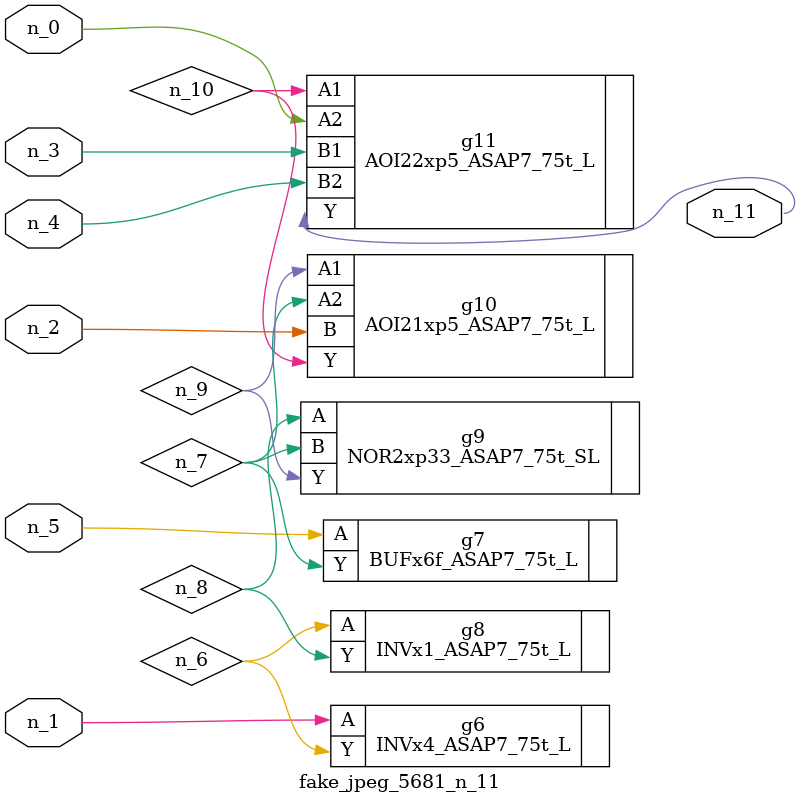
<source format=v>
module fake_jpeg_5681_n_11 (n_3, n_2, n_1, n_0, n_4, n_5, n_11);

input n_3;
input n_2;
input n_1;
input n_0;
input n_4;
input n_5;

output n_11;

wire n_10;
wire n_8;
wire n_9;
wire n_6;
wire n_7;

INVx4_ASAP7_75t_L g6 ( 
.A(n_1),
.Y(n_6)
);

BUFx6f_ASAP7_75t_L g7 ( 
.A(n_5),
.Y(n_7)
);

INVx1_ASAP7_75t_L g8 ( 
.A(n_6),
.Y(n_8)
);

NOR2xp33_ASAP7_75t_SL g9 ( 
.A(n_8),
.B(n_7),
.Y(n_9)
);

AOI21xp5_ASAP7_75t_L g10 ( 
.A1(n_9),
.A2(n_7),
.B(n_2),
.Y(n_10)
);

AOI22xp5_ASAP7_75t_L g11 ( 
.A1(n_10),
.A2(n_0),
.B1(n_3),
.B2(n_4),
.Y(n_11)
);


endmodule
</source>
